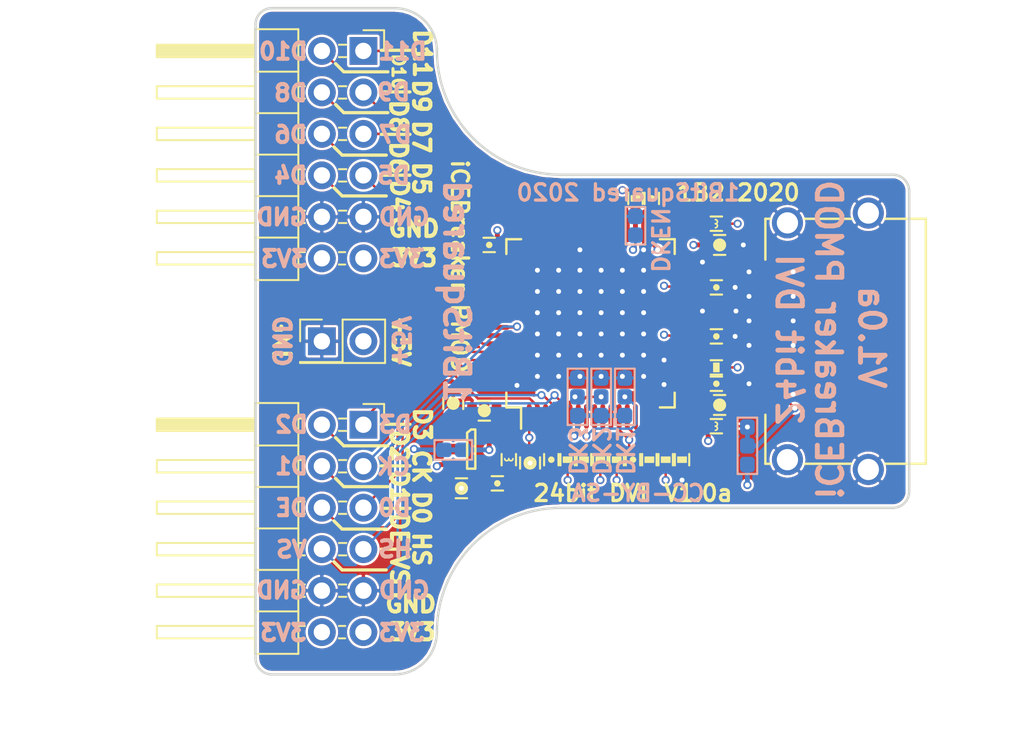
<source format=kicad_pcb>
(kicad_pcb (version 20171130) (host pcbnew 5.1.5-52549c5~84~ubuntu19.10.1)
  (title_block (title "iCEBreaker PMOD - 24bit DVI") (rev V1.0a) (company 1BitSquared) (comment 1 "(C) 2018-2020 Piotr Esden-Tempski <piotr@esden.net>") (comment 2 "(C) 2018-2020 1BitSquared <info@1bitsquared.com>") (comment 3 "License: CC-BY-SA V4.0"))
  (layers (0 F.Cu signal) (1 In1.Cu signal) (2 In2.Cu signal) (31 B.Cu signal) (34 B.Paste user) (35 F.Paste user) (36 B.SilkS user) (37 F.SilkS user) (38 B.Mask user) (39 F.Mask user) (44 Edge.Cuts user))
  (net 0 "")
  (net 1 GND)
  (net 2 +3V3)
  (net 3 +5V)
  (net 4 "Net-(C3-Pad1)")
  (net 5 /DE)
  (net 6 /VREF)
  (net 7 /HS)
  (net 8 /VS)
  (net 9 /EDGE-HTPLG)
  (net 10 /~PD)
  (net 11 /ISEL-~RST)
  (net 12 /DSEL-SDA)
  (net 13 /BSEL-SCL)
  (net 14 /CK-)
  (net 15 /CK+)
  (net 16 /TVDD)
  (net 17 /D0-)
  (net 18 /D0+)
  (net 19 /D1-)
  (net 20 /D1+)
  (net 21 /D2-)
  (net 22 /D2+)
  (net 23 /DKEN)
  (net 24 /CLK)
  (net 25 /TFADJ)
  (net 26 "Net-(J5-Pad2)")
  (net 27 /VCC)
  (net 28 /PVCC)
  (net 29 /DK3)
  (net 30 /DK2)
  (net 31 /DK1)
  (net 32 /D1)
  (net 33 /D3)
  (net 34 /D2)
  (net 35 /D5)
  (net 36 /D4)
  (net 37 /D7)
  (net 38 /D6)
  (net 39 /D9)
  (net 40 /D8)
  (net 41 /D11)
  (net 42 /D10)
  (net 43 "Net-(J6-Pad19)")
  (net 44 "Net-(J6-Pad16)")
  (net 45 "Net-(J6-Pad15)")
  (net 46 "Net-(J6-Pad14)")
  (net 47 "Net-(J6-Pad13)")
  (net 48 /D0)
  (net 49 "Net-(U2-Pad11)")
  (net 50 /3V3x)
  (module pkl_jumpers:J_0903 (layer B.Cu) (at 49.7 43.6 90)
    (fp_text reference J7)
    (fp_text value sj)
    (pad 3 smd roundrect (at 1.15 0 90) (size 0.95 0.9) (layers B.Cu B.Mask) (net 1 GND))
    (pad 2 smd roundrect (at 0 0 90) (size 0.95 0.9) (layers B.Cu B.Mask) (net 29 /DK3))
    (pad 1 smd roundrect (at -1.15 0 90) (size 0.95 0.9) (layers B.Cu B.Mask) (net 2 +3V3))
  )
  (module pkl_jumpers:J_0603 (layer B.Cu) (at 53.25 33.125 90)
    (fp_text reference J10)
    (fp_text value sj)
    (pad 2 smd roundrect (at 0.575 0 90) (size 0.95 0.9) (layers B.Cu B.Mask) (net 1 GND))
    (pad 1 smd roundrect (at -0.575 0 90) (size 0.95 0.9) (layers B.Cu B.Mask) (net 23 /DKEN))
  )
  (module pkl_jumpers:J_0903 (layer B.Cu) (at 52.6 43.6 90)
    (fp_text reference J9)
    (fp_text value sj)
    (pad 3 smd roundrect (at 1.15 0 90) (size 0.95 0.9) (layers B.Cu B.Mask) (net 1 GND))
    (pad 2 smd roundrect (at 0 0 90) (size 0.95 0.9) (layers B.Cu B.Mask) (net 31 /DK1))
    (pad 1 smd roundrect (at -1.15 0 90) (size 0.95 0.9) (layers B.Cu B.Mask) (net 2 +3V3))
  )
  (module pkl_jumpers:J_0903 (layer B.Cu) (at 51.15 43.6 90)
    (fp_text reference J8)
    (fp_text value sj)
    (pad 3 smd roundrect (at 1.15 0 90) (size 0.95 0.9) (layers B.Cu B.Mask) (net 1 GND))
    (pad 2 smd roundrect (at 0 0 90) (size 0.95 0.9) (layers B.Cu B.Mask) (net 30 /DK2))
    (pad 1 smd roundrect (at -1.15 0 90) (size 0.95 0.9) (layers B.Cu B.Mask) (net 2 +3V3))
  )
  (module pkl_dipol:C_0402 (layer F.Cu) (at 44.3 34.3 180)
    (fp_text reference C11)
    (fp_text value 100n)
    (pad 2 smd roundrect (at 0.5 0 180) (size 0.5 0.6) (layers F.Cu F.Paste F.Mask) (net 1 GND))
    (pad 1 smd roundrect (at -0.5 0 180) (size 0.5 0.6) (layers F.Cu F.Paste F.Mask) (net 28 /PVCC))
  )
  (module pkl_jumpers:J_NCNO_0903_30 (layer B.Cu) (at 60.1 46.6 270)
    (fp_text reference J5)
    (fp_text value 3v3_5v_sel)
    (fp_line (start -0.775 0) (end -0.375 0) (layer B.Cu) (width 0.3))
    (pad 1 smd roundrect (at -1.15 0 270) (size 0.95 0.9) (layers B.Cu B.Paste B.Mask) (net 2 +3V3))
    (pad 2 smd roundrect (at 0 0 270) (size 0.95 0.9) (layers B.Cu B.Paste B.Mask) (net 26 "Net-(J5-Pad2)"))
    (pad 3 smd roundrect (at 1.15 0 270) (size 0.95 0.9) (layers B.Cu B.Paste B.Mask) (net 3 +5V))
  )
  (module pkl_connectors:PMODHeader_2x06_P2.54mm_Horizontal (layer F.Cu) (at 36.6 35.12 180)
    (fp_text reference J2)
    (fp_text value PMOD)
    (pad 6 thru_hole circle (at 0 0 180) (size 1.7 1.7) (drill 1) (layers *.Cu *.Mask) (net 50 /3V3x))
    (pad 12 thru_hole oval (at 2.54 0 180) (size 1.7 1.7) (drill 1) (layers *.Cu *.Mask) (net 50 /3V3x))
    (pad 5 thru_hole oval (at 0 2.54 180) (size 1.7 1.7) (drill 1) (layers *.Cu *.Mask) (net 1 GND))
    (pad 11 thru_hole oval (at 2.54 2.54 180) (size 1.7 1.7) (drill 1) (layers *.Cu *.Mask) (net 1 GND))
    (pad 4 thru_hole oval (at 0 5.08 180) (size 1.7 1.7) (drill 1) (layers *.Cu *.Mask) (net 35 /D5))
    (pad 10 thru_hole oval (at 2.54 5.08 180) (size 1.7 1.7) (drill 1) (layers *.Cu *.Mask) (net 36 /D4))
    (pad 3 thru_hole oval (at 0 7.62 180) (size 1.7 1.7) (drill 1) (layers *.Cu *.Mask) (net 37 /D7))
    (pad 9 thru_hole oval (at 2.54 7.62 180) (size 1.7 1.7) (drill 1) (layers *.Cu *.Mask) (net 38 /D6))
    (pad 2 thru_hole oval (at 0 10.16 180) (size 1.7 1.7) (drill 1) (layers *.Cu *.Mask) (net 39 /D9))
    (pad 8 thru_hole oval (at 2.54 10.16 180) (size 1.7 1.7) (drill 1) (layers *.Cu *.Mask) (net 40 /D8))
    (pad 1 thru_hole rect (at 0 12.7 180) (size 1.7 1.7) (drill 1) (layers *.Cu *.Mask) (net 41 /D11))
    (pad 7 thru_hole circle (at 2.54 12.7 180) (size 1.7 1.7) (drill 1) (layers *.Cu *.Mask) (net 42 /D10))
  )
  (module Connector_PinHeader_2.54mm:PinHeader_2x01_P2.54mm_Vertical (layer F.Cu) (at 34.06 40.2)
    (fp_text reference J4)
    (fp_text value 5V)
    (pad 1 thru_hole rect (at 0 0) (size 1.7 1.7) (drill 1) (layers *.Cu *.Mask) (net 1 GND))
    (pad 2 thru_hole oval (at 2.54 0) (size 1.7 1.7) (drill 1) (layers *.Cu *.Mask) (net 3 +5V))
  )
  (module pkl_housings_qfp:TQFP-64-1EP_10x10mm_P0.5mm_EP5x5mm (layer F.Cu) (at 50.5 39.1 90)
    (fp_text reference U2)
    (fp_text value SII164)
    (pad 65 thru_hole circle (at -1.95 3.25 90) (size 0.5 0.5) (drill 0.3) (layers *.Cu) (net 1 GND))
    (pad 65 thru_hole circle (at -3.25 3.25 90) (size 0.5 0.5) (drill 0.3) (layers *.Cu) (net 1 GND))
    (pad 65 thru_hole circle (at 0.65 3.25 90) (size 0.5 0.5) (drill 0.3) (layers *.Cu) (net 1 GND))
    (pad 65 thru_hole circle (at -0.65 3.25 90) (size 0.5 0.5) (drill 0.3) (layers *.Cu) (net 1 GND))
    (pad 65 thru_hole circle (at 3.25 3.25 90) (size 0.5 0.5) (drill 0.3) (layers *.Cu) (net 1 GND))
    (pad 65 thru_hole circle (at 1.95 3.25 90) (size 0.5 0.5) (drill 0.3) (layers *.Cu) (net 1 GND))
    (pad 65 thru_hole circle (at -1.95 1.95 90) (size 0.5 0.5) (drill 0.3) (layers *.Cu) (net 1 GND))
    (pad 65 thru_hole circle (at -3.25 1.95 90) (size 0.5 0.5) (drill 0.3) (layers *.Cu) (net 1 GND))
    (pad 65 thru_hole circle (at 0.65 1.95 90) (size 0.5 0.5) (drill 0.3) (layers *.Cu) (net 1 GND))
    (pad 65 thru_hole circle (at -0.65 1.95 90) (size 0.5 0.5) (drill 0.3) (layers *.Cu) (net 1 GND))
    (pad 65 thru_hole circle (at 3.25 1.95 90) (size 0.5 0.5) (drill 0.3) (layers *.Cu) (net 1 GND))
    (pad 65 thru_hole circle (at 1.95 1.95 90) (size 0.5 0.5) (drill 0.3) (layers *.Cu) (net 1 GND))
    (pad 65 thru_hole circle (at -3.25 0.65 90) (size 0.5 0.5) (drill 0.3) (layers *.Cu) (net 1 GND))
    (pad 65 thru_hole circle (at 0.65 0.65 90) (size 0.5 0.5) (drill 0.3) (layers *.Cu) (net 1 GND))
    (pad 65 thru_hole circle (at -0.65 0.65 90) (size 0.5 0.5) (drill 0.3) (layers *.Cu) (net 1 GND))
    (pad 65 thru_hole circle (at 1.95 0.65 90) (size 0.5 0.5) (drill 0.3) (layers *.Cu) (net 1 GND))
    (pad 65 thru_hole circle (at -1.95 0.65 90) (size 0.5 0.5) (drill 0.3) (layers *.Cu) (net 1 GND))
    (pad 65 thru_hole circle (at 3.25 0.65 90) (size 0.5 0.5) (drill 0.3) (layers *.Cu) (net 1 GND))
    (pad 65 thru_hole circle (at -3.25 -0.65 90) (size 0.5 0.5) (drill 0.3) (layers *.Cu) (net 1 GND))
    (pad 65 thru_hole circle (at 0.65 -0.65 90) (size 0.5 0.5) (drill 0.3) (layers *.Cu) (net 1 GND))
    (pad 65 thru_hole circle (at -0.65 -0.65 90) (size 0.5 0.5) (drill 0.3) (layers *.Cu) (net 1 GND))
    (pad 65 thru_hole circle (at 1.95 -0.65 90) (size 0.5 0.5) (drill 0.3) (layers *.Cu) (net 1 GND))
    (pad 65 thru_hole circle (at -1.95 -0.65 90) (size 0.5 0.5) (drill 0.3) (layers *.Cu) (net 1 GND))
    (pad 65 thru_hole circle (at 3.25 -0.65 90) (size 0.5 0.5) (drill 0.3) (layers *.Cu) (net 1 GND))
    (pad 65 thru_hole circle (at 1.95 -1.95 90) (size 0.5 0.5) (drill 0.3) (layers *.Cu) (net 1 GND))
    (pad 65 thru_hole circle (at -1.95 -1.95 90) (size 0.5 0.5) (drill 0.3) (layers *.Cu) (net 1 GND))
    (pad 65 thru_hole circle (at 3.25 -1.95 90) (size 0.5 0.5) (drill 0.3) (layers *.Cu) (net 1 GND))
    (pad 65 thru_hole circle (at -3.25 -1.95 90) (size 0.5 0.5) (drill 0.3) (layers *.Cu) (net 1 GND))
    (pad 65 thru_hole circle (at 0.65 -1.95 90) (size 0.5 0.5) (drill 0.3) (layers *.Cu) (net 1 GND))
    (pad 65 thru_hole circle (at -0.65 -1.95 90) (size 0.5 0.5) (drill 0.3) (layers *.Cu) (net 1 GND))
    (pad 65 thru_hole circle (at 3.25 -3.25 90) (size 0.5 0.5) (drill 0.3) (layers *.Cu) (net 1 GND))
    (pad 65 thru_hole circle (at 1.95 -3.25 90) (size 0.5 0.5) (drill 0.3) (layers *.Cu) (net 1 GND))
    (pad 65 thru_hole circle (at 0.65 -3.25 90) (size 0.5 0.5) (drill 0.3) (layers *.Cu) (net 1 GND))
    (pad 65 thru_hole circle (at -0.65 -3.25 90) (size 0.5 0.5) (drill 0.3) (layers *.Cu) (net 1 GND))
    (pad 65 thru_hole circle (at -1.95 -3.25 90) (size 0.5 0.5) (drill 0.3) (layers *.Cu) (net 1 GND))
    (pad 65 thru_hole circle (at -3.25 -3.25 90) (size 0.5 0.5) (drill 0.3) (layers *.Cu) (net 1 GND))
    (pad 65 smd rect (at 0 0 90) (size 8 8) (layers F.Cu) (net 1 GND))
    (pad 64 smd oval (at -3.75 -5.7 90) (size 0.3 1.5) (layers F.Cu F.Paste F.Mask) (net 1 GND))
    (pad 63 smd oval (at -3.25 -5.7 90) (size 0.3 1.5) (layers F.Cu F.Paste F.Mask) (net 48 /D0))
    (pad 62 smd oval (at -2.75 -5.7 90) (size 0.3 1.5) (layers F.Cu F.Paste F.Mask) (net 32 /D1))
    (pad 61 smd oval (at -2.25 -5.7 90) (size 0.3 1.5) (layers F.Cu F.Paste F.Mask) (net 34 /D2))
    (pad 60 smd oval (at -1.75 -5.7 90) (size 0.3 1.5) (layers F.Cu F.Paste F.Mask) (net 33 /D3))
    (pad 59 smd oval (at -1.25 -5.7 90) (size 0.3 1.5) (layers F.Cu F.Paste F.Mask) (net 36 /D4))
    (pad 58 smd oval (at -0.75 -5.7 90) (size 0.3 1.5) (layers F.Cu F.Paste F.Mask) (net 35 /D5))
    (pad 57 smd oval (at -0.25 -5.7 90) (size 0.3 1.5) (layers F.Cu F.Paste F.Mask) (net 24 /CLK))
    (pad 56 smd oval (at 0.25 -5.7 90) (size 0.3 1.5) (layers F.Cu F.Paste F.Mask) (net 1 GND))
    (pad 55 smd oval (at 0.75 -5.7 90) (size 0.3 1.5) (layers F.Cu F.Paste F.Mask) (net 38 /D6))
    (pad 54 smd oval (at 1.25 -5.7 90) (size 0.3 1.5) (layers F.Cu F.Paste F.Mask) (net 37 /D7))
    (pad 53 smd oval (at 1.75 -5.7 90) (size 0.3 1.5) (layers F.Cu F.Paste F.Mask) (net 40 /D8))
    (pad 52 smd oval (at 2.25 -5.7 90) (size 0.3 1.5) (layers F.Cu F.Paste F.Mask) (net 39 /D9))
    (pad 51 smd oval (at 2.75 -5.7 90) (size 0.3 1.5) (layers F.Cu F.Paste F.Mask) (net 42 /D10))
    (pad 50 smd oval (at 3.25 -5.7 90) (size 0.3 1.5) (layers F.Cu F.Paste F.Mask) (net 41 /D11))
    (pad 49 smd oval (at 3.75 -5.7 90) (size 0.3 1.5) (layers F.Cu F.Paste F.Mask) (net 28 /PVCC))
    (pad 48 smd oval (at 5.7 -3.75 180) (size 0.3 1.5) (layers F.Cu F.Paste F.Mask) (net 1 GND))
    (pad 47 smd oval (at 5.7 -3.25 180) (size 0.3 1.5) (layers F.Cu F.Paste F.Mask) (net 1 GND))
    (pad 46 smd oval (at 5.7 -2.75 180) (size 0.3 1.5) (layers F.Cu F.Paste F.Mask) (net 1 GND))
    (pad 45 smd oval (at 5.7 -2.25 180) (size 0.3 1.5) (layers F.Cu F.Paste F.Mask) (net 1 GND))
    (pad 44 smd oval (at 5.7 -1.75 180) (size 0.3 1.5) (layers F.Cu F.Paste F.Mask) (net 1 GND))
    (pad 43 smd oval (at 5.7 -1.25 180) (size 0.3 1.5) (layers F.Cu F.Paste F.Mask) (net 1 GND))
    (pad 42 smd oval (at 5.7 -0.75 180) (size 0.3 1.5) (layers F.Cu F.Paste F.Mask) (net 1 GND))
    (pad 41 smd oval (at 5.7 -0.25 180) (size 0.3 1.5) (layers F.Cu F.Paste F.Mask) (net 1 GND))
    (pad 40 smd oval (at 5.7 0.25 180) (size 0.3 1.5) (layers F.Cu F.Paste F.Mask) (net 1 GND))
    (pad 39 smd oval (at 5.7 0.75 180) (size 0.3 1.5) (layers F.Cu F.Paste F.Mask) (net 1 GND))
    (pad 38 smd oval (at 5.7 1.25 180) (size 0.3 1.5) (layers F.Cu F.Paste F.Mask) (net 1 GND))
    (pad 37 smd oval (at 5.7 1.75 180) (size 0.3 1.5) (layers F.Cu F.Paste F.Mask) (net 1 GND))
    (pad 36 smd oval (at 5.7 2.25 180) (size 0.3 1.5) (layers F.Cu F.Paste F.Mask) (net 1 GND))
    (pad 35 smd oval (at 5.7 2.75 180) (size 0.3 1.5) (layers F.Cu F.Paste F.Mask) (net 23 /DKEN))
    (pad 34 smd oval (at 5.7 3.25 180) (size 0.3 1.5) (layers F.Cu F.Paste F.Mask) (net 1 GND))
    (pad 33 smd oval (at 5.7 3.75 180) (size 0.3 1.5) (layers F.Cu F.Paste F.Mask) (net 27 /VCC))
    (pad 32 smd oval (at 3.75 5.7 90) (size 0.3 1.5) (layers F.Cu F.Paste F.Mask) (net 1 GND))
    (pad 31 smd oval (at 3.25 5.7 90) (size 0.3 1.5) (layers F.Cu F.Paste F.Mask) (net 22 /D2+))
    (pad 30 smd oval (at 2.75 5.7 90) (size 0.3 1.5) (layers F.Cu F.Paste F.Mask) (net 21 /D2-))
    (pad 29 smd oval (at 2.25 5.7 90) (size 0.3 1.5) (layers F.Cu F.Paste F.Mask) (net 16 /TVDD))
    (pad 28 smd oval (at 1.75 5.7 90) (size 0.3 1.5) (layers F.Cu F.Paste F.Mask) (net 20 /D1+))
    (pad 27 smd oval (at 1.25 5.7 90) (size 0.3 1.5) (layers F.Cu F.Paste F.Mask) (net 19 /D1-))
    (pad 26 smd oval (at 0.75 5.7 90) (size 0.3 1.5) (layers F.Cu F.Paste F.Mask) (net 1 GND))
    (pad 25 smd oval (at 0.25 5.7 90) (size 0.3 1.5) (layers F.Cu F.Paste F.Mask) (net 18 /D0+))
    (pad 24 smd oval (at -0.25 5.7 90) (size 0.3 1.5) (layers F.Cu F.Paste F.Mask) (net 17 /D0-))
    (pad 23 smd oval (at -0.75 5.7 90) (size 0.3 1.5) (layers F.Cu F.Paste F.Mask) (net 16 /TVDD))
    (pad 22 smd oval (at -1.25 5.7 90) (size 0.3 1.5) (layers F.Cu F.Paste F.Mask) (net 15 /CK+))
    (pad 21 smd oval (at -1.75 5.7 90) (size 0.3 1.5) (layers F.Cu F.Paste F.Mask) (net 14 /CK-))
    (pad 20 smd oval (at -2.25 5.7 90) (size 0.3 1.5) (layers F.Cu F.Paste F.Mask) (net 1 GND))
    (pad 19 smd oval (at -2.75 5.7 90) (size 0.3 1.5) (layers F.Cu F.Paste F.Mask) (net 25 /TFADJ))
    (pad 18 smd oval (at -3.25 5.7 90) (size 0.3 1.5) (layers F.Cu F.Paste F.Mask) (net 28 /PVCC))
    (pad 17 smd oval (at -3.75 5.7 90) (size 0.3 1.5) (layers F.Cu F.Paste F.Mask) (net 1 GND))
    (pad 16 smd oval (at -5.7 3.75 180) (size 0.3 1.5) (layers F.Cu F.Paste F.Mask) (net 1 GND))
    (pad 15 smd oval (at -5.7 3.25 180) (size 0.3 1.5) (layers F.Cu F.Paste F.Mask) (net 13 /BSEL-SCL))
    (pad 14 smd oval (at -5.7 2.75 180) (size 0.3 1.5) (layers F.Cu F.Paste F.Mask) (net 12 /DSEL-SDA))
    (pad 13 smd oval (at -5.7 2.25 180) (size 0.3 1.5) (layers F.Cu F.Paste F.Mask) (net 11 /ISEL-~RST))
    (pad 12 smd oval (at -5.7 1.75 180) (size 0.3 1.5) (layers F.Cu F.Paste F.Mask) (net 27 /VCC))
    (pad 11 smd oval (at -5.7 1.25 180) (size 0.3 1.5) (layers F.Cu F.Paste F.Mask) (net 49 "Net-(U2-Pad11)"))
    (pad 10 smd oval (at -5.7 0.75 180) (size 0.3 1.5) (layers F.Cu F.Paste F.Mask) (net 10 /~PD))
    (pad 9 smd oval (at -5.7 0.25 180) (size 0.3 1.5) (layers F.Cu F.Paste F.Mask) (net 9 /EDGE-HTPLG))
    (pad 8 smd oval (at -5.7 -0.25 180) (size 0.3 1.5) (layers F.Cu F.Paste F.Mask) (net 31 /DK1))
    (pad 7 smd oval (at -5.7 -0.75 180) (size 0.3 1.5) (layers F.Cu F.Paste F.Mask) (net 30 /DK2))
    (pad 6 smd oval (at -5.7 -1.25 180) (size 0.3 1.5) (layers F.Cu F.Paste F.Mask) (net 29 /DK3))
    (pad 5 smd oval (at -5.7 -1.75 180) (size 0.3 1.5) (layers F.Cu F.Paste F.Mask) (net 8 /VS))
    (pad 4 smd oval (at -5.7 -2.25 180) (size 0.3 1.5) (layers F.Cu F.Paste F.Mask) (net 7 /HS))
    (pad 3 smd oval (at -5.7 -2.75 180) (size 0.3 1.5) (layers F.Cu F.Paste F.Mask) (net 6 /VREF))
    (pad 2 smd oval (at -5.7 -3.25 180) (size 0.3 1.5) (layers F.Cu F.Paste F.Mask) (net 5 /DE))
    (pad 1 smd oval (at -5.7 -3.75 180) (size 0.3 1.5) (layers F.Cu F.Paste F.Mask) (net 27 /VCC))
  )
  (module pkl_jumpers:J_NC_0603_30 (layer B.Cu) (at 42.1 46.85 180)
    (fp_text reference J3)
    (fp_text value jmp)
    (fp_line (start -0.2 0) (end 0.2 0) (layer B.Cu) (width 0.3))
    (pad 1 smd roundrect (at -0.575 0 180) (size 0.95 0.9) (layers B.Cu B.Paste B.Mask) (net 2 +3V3))
    (pad 2 smd roundrect (at 0.575 0 180) (size 0.95 0.9) (layers B.Cu B.Paste B.Mask) (net 50 /3V3x))
  )
  (module pkl_connectors:HDMI-10029449-111RLF (layer F.Cu) (at 62.5 40.2 90)
    (fp_text reference J6)
    (fp_text value HDMI_A_1.4 hide)
    (pad 19 smd roundrect (at -4.25 -0.95 90) (size 0.3 1.9) (layers F.Cu F.Paste F.Mask) (net 43 "Net-(J6-Pad19)"))
    (pad 1 smd roundrect (at 4.75 -0.95 90) (size 0.3 1.9) (layers F.Cu F.Paste F.Mask) (net 22 /D2+))
    (pad 18 smd roundrect (at -3.75 -0.95 90) (size 0.3 1.9) (layers F.Cu F.Paste F.Mask) (net 26 "Net-(J5-Pad2)"))
    (pad 17 smd roundrect (at -3.25 -0.95 90) (size 0.3 1.9) (layers F.Cu F.Paste F.Mask) (net 1 GND))
    (pad 16 smd roundrect (at -2.75 -0.95 90) (size 0.3 1.9) (layers F.Cu F.Paste F.Mask) (net 44 "Net-(J6-Pad16)"))
    (pad 15 smd roundrect (at -2.25 -0.95 90) (size 0.3 1.9) (layers F.Cu F.Paste F.Mask) (net 45 "Net-(J6-Pad15)"))
    (pad 14 smd roundrect (at -1.75 -0.95 90) (size 0.3 1.9) (layers F.Cu F.Paste F.Mask) (net 46 "Net-(J6-Pad14)"))
    (pad 13 smd roundrect (at -1.25 -0.95 90) (size 0.3 1.9) (layers F.Cu F.Paste F.Mask) (net 47 "Net-(J6-Pad13)"))
    (pad 12 smd roundrect (at -0.75 -0.95 90) (size 0.3 1.9) (layers F.Cu F.Paste F.Mask) (net 14 /CK-))
    (pad 11 smd roundrect (at -0.25 -0.95 90) (size 0.3 1.9) (layers F.Cu F.Paste F.Mask) (net 1 GND))
    (pad 10 smd roundrect (at 0.25 -0.95 90) (size 0.3 1.9) (layers F.Cu F.Paste F.Mask) (net 15 /CK+))
    (pad 9 smd roundrect (at 0.75 -0.95 90) (size 0.3 1.9) (layers F.Cu F.Paste F.Mask) (net 17 /D0-))
    (pad 8 smd roundrect (at 1.25 -0.95 90) (size 0.3 1.9) (layers F.Cu F.Paste F.Mask) (net 1 GND))
    (pad 7 smd roundrect (at 1.75 -0.95 90) (size 0.3 1.9) (layers F.Cu F.Paste F.Mask) (net 18 /D0+))
    (pad 6 smd roundrect (at 2.25 -0.95 90) (size 0.3 1.9) (layers F.Cu F.Paste F.Mask) (net 19 /D1-))
    (pad 5 smd roundrect (at 2.75 -0.95 90) (size 0.3 1.9) (layers F.Cu F.Paste F.Mask) (net 1 GND))
    (pad 4 smd roundrect (at 3.25 -0.95 90) (size 0.3 1.9) (layers F.Cu F.Paste F.Mask) (net 20 /D1+))
    (pad 3 smd roundrect (at 3.75 -0.95 90) (size 0.3 1.9) (layers F.Cu F.Paste F.Mask) (net 21 /D2-))
    (pad 2 smd roundrect (at 4.25 -0.95 90) (size 0.3 1.9) (layers F.Cu F.Paste F.Mask) (net 1 GND))
    (pad SH thru_hole circle (at -7.25 0.05 90) (size 1.9 1.9) (drill 1.3) (layers *.Cu *.Mask) (net 1 GND))
    (pad SH thru_hole circle (at 7.25 0.05 90) (size 1.9 1.9) (drill 1.3) (layers *.Cu *.Mask) (net 1 GND))
    (pad SH thru_hole circle (at 7.85 5 90) (size 1.9 1.9) (drill 1.3) (layers *.Cu *.Mask) (net 1 GND))
    (pad SH thru_hole circle (at -7.85 5 90) (size 1.9 1.9) (drill 1.3) (layers *.Cu *.Mask) (net 1 GND))
  )
  (module pkl_dipol:C_0402 (layer F.Cu) (at 54.25 31.45 90)
    (fp_text reference C6)
    (fp_text value 100n)
    (pad 2 smd roundrect (at 0.5 0 90) (size 0.5 0.6) (layers F.Cu F.Paste F.Mask) (net 1 GND))
    (pad 1 smd roundrect (at -0.5 0 90) (size 0.5 0.6) (layers F.Cu F.Paste F.Mask) (net 27 /VCC))
  )
  (module pkl_dipol:C_0402 (layer F.Cu) (at 58.2 39.9)
    (fp_text reference C7)
    (fp_text value 100n)
    (pad 1 smd roundrect (at -0.5 0) (size 0.5 0.6) (layers F.Cu F.Paste F.Mask) (net 16 /TVDD))
    (pad 2 smd roundrect (at 0.5 0) (size 0.5 0.6) (layers F.Cu F.Paste F.Mask) (net 1 GND))
  )
  (module pkl_dipol:C_0402 (layer F.Cu) (at 48.1 47.45 270)
    (fp_text reference C8)
    (fp_text value 100n)
    (pad 2 smd roundrect (at 0.5 0 270) (size 0.5 0.6) (layers F.Cu F.Paste F.Mask) (net 1 GND))
    (pad 1 smd roundrect (at -0.5 0 270) (size 0.5 0.6) (layers F.Cu F.Paste F.Mask) (net 27 /VCC))
  )
  (module pkl_dipol:C_0402 (layer F.Cu) (at 58.2 42.8)
    (fp_text reference C9)
    (fp_text value 100n)
    (pad 1 smd roundrect (at -0.5 0) (size 0.5 0.6) (layers F.Cu F.Paste F.Mask) (net 28 /PVCC))
    (pad 2 smd roundrect (at 0.5 0) (size 0.5 0.6) (layers F.Cu F.Paste F.Mask) (net 1 GND))
  )
  (module pkl_dipol:C_0402 (layer F.Cu) (at 58.2 36.9)
    (fp_text reference C10)
    (fp_text value 100n)
    (pad 2 smd roundrect (at 0.5 0) (size 0.5 0.6) (layers F.Cu F.Paste F.Mask) (net 1 GND))
    (pad 1 smd roundrect (at -0.5 0) (size 0.5 0.6) (layers F.Cu F.Paste F.Mask) (net 16 /TVDD))
  )
  (module pkl_dipol:C_0402 (layer F.Cu) (at 53.1 47.45 270)
    (fp_text reference C5)
    (fp_text value 100n)
    (pad 2 smd roundrect (at 0.5 0 270) (size 0.5 0.6) (layers F.Cu F.Paste F.Mask) (net 1 GND))
    (pad 1 smd roundrect (at -0.5 0 270) (size 0.5 0.6) (layers F.Cu F.Paste F.Mask) (net 27 /VCC))
  )
  (module pkl_dipol:C_0402 (layer F.Cu) (at 44.8 48.9)
    (fp_text reference C3)
    (fp_text value 470p)
    (pad 1 smd roundrect (at -0.5 0) (size 0.5 0.6) (layers F.Cu F.Paste F.Mask) (net 4 "Net-(C3-Pad1)"))
    (pad 2 smd roundrect (at 0.5 0) (size 0.5 0.6) (layers F.Cu F.Paste F.Mask) (net 1 GND))
  )
  (module pkl_dipol:C_0603 (layer F.Cu) (at 46.8 47.65 270)
    (fp_text reference C14)
    (fp_text value 10u)
    (pad 2 smd roundrect (at 0.75 0 270) (size 0.6 0.9) (layers F.Cu F.Paste F.Mask) (net 1 GND))
    (pad 1 smd roundrect (at -0.75 0 270) (size 0.6 0.9) (layers F.Cu F.Paste F.Mask) (net 27 /VCC))
  )
  (module pkl_dipol:C_0603 (layer F.Cu) (at 58.4 34.3)
    (fp_text reference C16)
    (fp_text value 10u)
    (pad 1 smd roundrect (at -0.75 0) (size 0.6 0.9) (layers F.Cu F.Paste F.Mask) (net 16 /TVDD))
    (pad 2 smd roundrect (at 0.75 0) (size 0.6 0.9) (layers F.Cu F.Paste F.Mask) (net 1 GND))
  )
  (module pkl_dipol:C_0603 (layer F.Cu) (at 58.4 44.1)
    (fp_text reference C15)
    (fp_text value 10u)
    (pad 2 smd roundrect (at 0.75 0) (size 0.6 0.9) (layers F.Cu F.Paste F.Mask) (net 1 GND))
    (pad 1 smd roundrect (at -0.75 0) (size 0.6 0.9) (layers F.Cu F.Paste F.Mask) (net 28 /PVCC))
  )
  (module pkl_dipol:C_0603 (layer F.Cu) (at 42.1 44 90)
    (fp_text reference C2)
    (fp_text value 4u7)
    (pad 1 smd roundrect (at -0.75 0 90) (size 0.6 0.9) (layers F.Cu F.Paste F.Mask) (net 3 +5V))
    (pad 2 smd roundrect (at 0.75 0 90) (size 0.6 0.9) (layers F.Cu F.Paste F.Mask) (net 1 GND))
  )
  (module pkl_dipol:C_0603 (layer F.Cu) (at 42.6 49.2)
    (fp_text reference C1)
    (fp_text value 10u)
    (pad 2 smd roundrect (at 0.75 0) (size 0.6 0.9) (layers F.Cu F.Paste F.Mask) (net 1 GND))
    (pad 1 smd roundrect (at -0.75 0) (size 0.6 0.9) (layers F.Cu F.Paste F.Mask) (net 2 +3V3))
  )
  (module pkl_dipol:C_0603 (layer F.Cu) (at 44 44.45 180)
    (fp_text reference C4)
    (fp_text value 4u7)
    (pad 1 smd roundrect (at -0.75 0 180) (size 0.6 0.9) (layers F.Cu F.Paste F.Mask) (net 2 +3V3))
    (pad 2 smd roundrect (at 0.75 0 180) (size 0.6 0.9) (layers F.Cu F.Paste F.Mask) (net 1 GND))
  )
  (module pkl_dipol:L_0402 (layer F.Cu) (at 58.2 33 180)
    (fp_text reference L3)
    (fp_text value 600)
    (pad 1 smd roundrect (at -0.5 0 180) (size 0.5 0.6) (layers F.Cu F.Paste F.Mask) (net 2 +3V3))
    (pad 2 smd roundrect (at 0.5 0 180) (size 0.5 0.6) (layers F.Cu F.Paste F.Mask) (net 16 /TVDD))
  )
  (module pkl_dipol:L_0402 (layer F.Cu) (at 45.5 47.45 90)
    (fp_text reference L1)
    (fp_text value 600)
    (pad 2 smd roundrect (at 0.5 0 90) (size 0.5 0.6) (layers F.Cu F.Paste F.Mask) (net 27 /VCC))
    (pad 1 smd roundrect (at -0.5 0 90) (size 0.5 0.6) (layers F.Cu F.Paste F.Mask) (net 2 +3V3))
  )
  (module pkl_dipol:L_0402 (layer F.Cu) (at 58.2 45.4 180)
    (fp_text reference L2)
    (fp_text value 600)
    (pad 1 smd roundrect (at -0.5 0 180) (size 0.5 0.6) (layers F.Cu F.Paste F.Mask) (net 2 +3V3))
    (pad 2 smd roundrect (at 0.5 0 180) (size 0.5 0.6) (layers F.Cu F.Paste F.Mask) (net 28 /PVCC))
  )
  (module pkl_dipol:R_0402 (layer F.Cu) (at 58.2 41.8 180)
    (fp_text reference R9)
    (fp_text value 510E)
    (pad 1 smd roundrect (at -0.5 0 180) (size 0.5 0.6) (layers F.Cu F.Paste F.Mask) (net 2 +3V3))
    (pad 2 smd roundrect (at 0.5 0 180) (size 0.5 0.6) (layers F.Cu F.Paste F.Mask) (net 25 /TFADJ))
  )
  (module pkl_dipol:R_0402 (layer F.Cu) (at 55.1 47.45 270)
    (fp_text reference R8)
    (fp_text value 10k)
    (pad 2 smd roundrect (at 0.5 0 270) (size 0.5 0.6) (layers F.Cu F.Paste F.Mask) (net 2 +3V3))
    (pad 1 smd roundrect (at -0.5 0 270) (size 0.5 0.6) (layers F.Cu F.Paste F.Mask) (net 12 /DSEL-SDA))
  )
  (module pkl_dipol:R_0402 (layer F.Cu) (at 54.1 47.45 270)
    (fp_text reference R7)
    (fp_text value 10k)
    (pad 1 smd roundrect (at -0.5 0 270) (size 0.5 0.6) (layers F.Cu F.Paste F.Mask) (net 11 /ISEL-~RST))
    (pad 2 smd roundrect (at 0.5 0 270) (size 0.5 0.6) (layers F.Cu F.Paste F.Mask) (net 1 GND))
  )
  (module pkl_dipol:R_0402 (layer F.Cu) (at 50.1 47.45 270)
    (fp_text reference R6)
    (fp_text value DNP)
    (pad 2 smd roundrect (at 0.5 0 270) (size 0.5 0.6) (layers F.Cu F.Paste F.Mask) (net 1 GND))
    (pad 1 smd roundrect (at -0.5 0 270) (size 0.5 0.6) (layers F.Cu F.Paste F.Mask) (net 6 /VREF))
  )
  (module pkl_dipol:R_0402 (layer F.Cu) (at 49.1 47.45 90)
    (fp_text reference R5)
    (fp_text value 33k)
    (pad 1 smd roundrect (at -0.5 0 90) (size 0.5 0.6) (layers F.Cu F.Paste F.Mask) (net 2 +3V3))
    (pad 2 smd roundrect (at 0.5 0 90) (size 0.5 0.6) (layers F.Cu F.Paste F.Mask) (net 6 /VREF))
  )
  (module pkl_dipol:R_0402 (layer F.Cu) (at 56.1 47.45 90)
    (fp_text reference R1)
    (fp_text value 10k)
    (pad 2 smd roundrect (at 0.5 0 90) (size 0.5 0.6) (layers F.Cu F.Paste F.Mask) (net 13 /BSEL-SCL))
    (pad 1 smd roundrect (at -0.5 0 90) (size 0.5 0.6) (layers F.Cu F.Paste F.Mask) (net 1 GND))
  )
  (module pkl_dipol:R_0402 (layer F.Cu) (at 52.1 47.45 90)
    (fp_text reference R2)
    (fp_text value 10k)
    (pad 1 smd roundrect (at -0.5 0 90) (size 0.5 0.6) (layers F.Cu F.Paste F.Mask) (net 2 +3V3))
    (pad 2 smd roundrect (at 0.5 0 90) (size 0.5 0.6) (layers F.Cu F.Paste F.Mask) (net 10 /~PD))
  )
  (module pkl_dipol:R_0402 (layer F.Cu) (at 53.25 31.45 270)
    (fp_text reference R3)
    (fp_text value 10k)
    (pad 2 smd roundrect (at 0.5 0 270) (size 0.5 0.6) (layers F.Cu F.Paste F.Mask) (net 23 /DKEN))
    (pad 1 smd roundrect (at -0.5 0 270) (size 0.5 0.6) (layers F.Cu F.Paste F.Mask) (net 2 +3V3))
  )
  (module pkl_dipol:R_0402 (layer F.Cu) (at 51.1 47.45 90)
    (fp_text reference R4)
    (fp_text value 10k)
    (pad 1 smd roundrect (at -0.5 0 90) (size 0.5 0.6) (layers F.Cu F.Paste F.Mask) (net 2 +3V3))
    (pad 2 smd roundrect (at 0.5 0 90) (size 0.5 0.6) (layers F.Cu F.Paste F.Mask) (net 9 /EDGE-HTPLG))
  )
  (module pkl_housings_sot:SOT-23-5 (layer F.Cu) (at 43.2 46.799999 180)
    (fp_text reference U1)
    (fp_text value VREG_3V3)
    (pad 1 smd roundrect (at 1.1 0.95) (size 1.06 0.65) (layers F.Cu F.Paste F.Mask) (net 3 +5V))
    (pad 2 smd roundrect (at 1.1 0) (size 1.06 0.65) (layers F.Cu F.Paste F.Mask) (net 1 GND))
    (pad 3 smd roundrect (at 1.1 -0.95) (size 1.06 0.65) (layers F.Cu F.Paste F.Mask) (net 3 +5V))
    (pad 4 smd roundrect (at -1.1 -0.95) (size 1.06 0.65) (layers F.Cu F.Paste F.Mask) (net 4 "Net-(C3-Pad1)"))
    (pad 5 smd roundrect (at -1.1 0.95) (size 1.06 0.65) (layers F.Cu F.Paste F.Mask) (net 2 +3V3))
  )
  (module pkl_connectors:PMODHeader_2x06_P2.54mm_Horizontal (layer F.Cu) (at 36.6 58.01 180)
    (fp_text reference J1)
    (fp_text value PMOD)
    (pad 6 thru_hole circle (at 0 0 180) (size 1.7 1.7) (drill 1) (layers *.Cu *.Mask) (net 50 /3V3x))
    (pad 12 thru_hole oval (at 2.54 0 180) (size 1.7 1.7) (drill 1) (layers *.Cu *.Mask) (net 50 /3V3x))
    (pad 5 thru_hole oval (at 0 2.54 180) (size 1.7 1.7) (drill 1) (layers *.Cu *.Mask) (net 1 GND))
    (pad 11 thru_hole oval (at 2.54 2.54 180) (size 1.7 1.7) (drill 1) (layers *.Cu *.Mask) (net 1 GND))
    (pad 4 thru_hole oval (at 0 5.08 180) (size 1.7 1.7) (drill 1) (layers *.Cu *.Mask) (net 7 /HS))
    (pad 10 thru_hole oval (at 2.54 5.08 180) (size 1.7 1.7) (drill 1) (layers *.Cu *.Mask) (net 8 /VS))
    (pad 3 thru_hole oval (at 0 7.62 180) (size 1.7 1.7) (drill 1) (layers *.Cu *.Mask) (net 48 /D0))
    (pad 9 thru_hole oval (at 2.54 7.62 180) (size 1.7 1.7) (drill 1) (layers *.Cu *.Mask) (net 5 /DE))
    (pad 2 thru_hole oval (at 0 10.16 180) (size 1.7 1.7) (drill 1) (layers *.Cu *.Mask) (net 24 /CLK))
    (pad 8 thru_hole oval (at 2.54 10.16 180) (size 1.7 1.7) (drill 1) (layers *.Cu *.Mask) (net 32 /D1))
    (pad 1 thru_hole rect (at 0 12.7 180) (size 1.7 1.7) (drill 1) (layers *.Cu *.Mask) (net 33 /D3))
    (pad 7 thru_hole circle (at 2.54 12.7 180) (size 1.7 1.7) (drill 1) (layers *.Cu *.Mask) (net 34 /D2))
  )
  (gr_text DK3 (at 49.7 46.9 270) (layer B.SilkS) (effects (font (size 1 1) (thickness 0.2)) (justify mirror)))
  (gr_text DK2 (at 51.15 46.9 270) (layer B.SilkS) (effects (font (size 1 1) (thickness 0.2)) (justify mirror)))
  (gr_text DK1 (at 52.6 46.9 270) (layer B.SilkS) (effects (font (size 1 1) (thickness 0.2)) (justify mirror)))
  (gr_text DKEN (at 54.75 34 270) (layer B.SilkS) (effects (font (size 1 1) (thickness 0.2)) (justify mirror)))
  (gr_text 1BitSquared (at 42.3 37.15 270) (layer B.SilkS) (effects (font (size 1.5 1.5) (thickness 0.3)) (justify mirror)))
  (gr_text +5V (at 38.9 40.2 270) (layer B.SilkS) (effects (font (size 1 1) (thickness 0.25)) (justify mirror)))
  (gr_text GND (at 31.6 40.2 270) (layer B.SilkS) (effects (font (size 1 1) (thickness 0.25)) (justify mirror)))
  (gr_text GND (at 31.6 40.2 270) (layer F.SilkS) (effects (font (size 1 1) (thickness 0.25))))
  (gr_text GND (at 31.6 55.45) (layer B.SilkS) (effects (font (size 1 1) (thickness 0.25)) (justify mirror)))
  (gr_text 3V3 (at 31.7 58.05) (layer B.SilkS) (effects (font (size 1 1) (thickness 0.25)) (justify mirror)))
  (gr_text GND (at 31.6 32.6) (layer B.SilkS) (effects (font (size 1 1) (thickness 0.25)) (justify mirror)))
  (gr_text 3V3 (at 31.75 35.15) (layer B.SilkS) (effects (font (size 1 1) (thickness 0.25)) (justify mirror)))
  (gr_text D11 (at 39 22.45) (layer B.SilkS) (effects (font (size 1 1) (thickness 0.25)) (justify mirror)))
  (gr_text D10 (at 31.7 22.45) (layer B.SilkS) (effects (font (size 1 1) (thickness 0.25)) (justify mirror)))
  (gr_text D9 (at 38.45 24.95) (layer B.SilkS) (effects (font (size 1 1) (thickness 0.25)) (justify mirror)))
  (gr_text D8 (at 32.15 25) (layer B.SilkS) (effects (font (size 1 1) (thickness 0.25)) (justify mirror)))
  (gr_text D7 (at 38.55 27.55) (layer B.SilkS) (effects (font (size 1 1) (thickness 0.25)) (justify mirror)))
  (gr_text D6 (at 32.15 27.55) (layer B.SilkS) (effects (font (size 1 1) (thickness 0.25)) (justify mirror)))
  (gr_text D5 (at 38.45 30.05) (layer B.SilkS) (effects (font (size 1 1) (thickness 0.25)) (justify mirror)))
  (gr_text D4 (at 32.15 30.05) (layer B.SilkS) (effects (font (size 1 1) (thickness 0.25)) (justify mirror)))
  (gr_text 3V3 (at 38.95 35.15) (layer B.SilkS) (effects (font (size 1 1) (thickness 0.25)) (justify mirror)))
  (gr_text GND (at 39.1 32.6) (layer B.SilkS) (effects (font (size 1 1) (thickness 0.25)) (justify mirror)))
  (gr_line (start 35.3 31.3) (end 38 31.3) (layer F.SilkS) (width 0.2))
  (gr_line (start 37.7 22.38) (end 39.45 22.38) (layer F.SilkS) (width 0.2))
  (gr_line (start 34.9 25.7) (end 35.4 26.2) (layer F.SilkS) (width 0.2))
  (gr_line (start 35.4 23.7) (end 38.1 23.7) (layer F.SilkS) (width 0.2))
  (gr_line (start 37.7 30.03) (end 39.45 30.03) (layer F.SilkS) (width 0.2))
  (gr_line (start 34.8 30.8) (end 35.3 31.3) (layer F.SilkS) (width 0.2))
  (gr_line (start 35.4 26.2) (end 38.1 26.2) (layer F.SilkS) (width 0.2))
  (gr_line (start 37.7 27.53) (end 39.45 27.53) (layer F.SilkS) (width 0.2))
  (gr_line (start 37.7 24.93) (end 39.45 24.93) (layer F.SilkS) (width 0.2))
  (gr_line (start 34.9 23.2) (end 35.4 23.7) (layer F.SilkS) (width 0.2))
  (gr_line (start 35.3 28.8) (end 38 28.8) (layer F.SilkS) (width 0.2))
  (gr_line (start 34.8 28.3) (end 35.3 28.8) (layer F.SilkS) (width 0.2))
  (gr_line (start 35.3 54.2) (end 38 54.2) (layer F.SilkS) (width 0.2))
  (gr_line (start 34.8 53.7) (end 35.3 54.2) (layer F.SilkS) (width 0.2))
  (gr_text D4 (at 38.8 31.3 270) (layer F.SilkS) (effects (font (size 1 1) (thickness 0.25))))
  (gr_text 3V3 (at 39.7 35.1) (layer F.SilkS) (effects (font (size 1 1) (thickness 0.25))))
  (gr_text GND (at 39.7 33.3) (layer F.SilkS) (effects (font (size 1 1) (thickness 0.25))))
  (gr_text D11 (at 40.2 22.58 270) (layer F.SilkS) (effects (font (size 1 1) (thickness 0.25))))
  (gr_text D10 (at 38.75 23.7 270) (layer F.SilkS) (effects (font (size 0.75 0.75) (thickness 0.1875))))
  (gr_text D9 (at 40.15 25.18 270) (layer F.SilkS) (effects (font (size 1 1) (thickness 0.25))))
  (gr_text D8 (at 38.75 26.43 270) (layer F.SilkS) (effects (font (size 1 1) (thickness 0.25))))
  (gr_text D6 (at 38.75 28.98 270) (layer F.SilkS) (effects (font (size 1 1) (thickness 0.25))))
  (gr_text D7 (at 40.15 27.68 270) (layer F.SilkS) (effects (font (size 1 1) (thickness 0.25))))
  (gr_text D5 (at 40.15 30.23 270) (layer F.SilkS) (effects (font (size 1 1) (thickness 0.25))))
  (gr_text 3V3 (at 38.95 58.05) (layer B.SilkS) (effects (font (size 1 1) (thickness 0.25)) (justify mirror)))
  (gr_text 3V3 (at 39.6 58) (layer F.SilkS) (effects (font (size 1 1) (thickness 0.25))))
  (gr_text GND (at 39.5 56.3) (layer F.SilkS) (effects (font (size 1 1) (thickness 0.25))))
  (gr_text GND (at 39.1 55.45) (layer B.SilkS) (effects (font (size 1 1) (thickness 0.25)) (justify mirror)))
  (gr_text +5V (at 38.9 40.2 270) (layer F.SilkS) (effects (font (size 1 1) (thickness 0.25))))
  (gr_arc (start 48.7 22.4) (end 41.1 22.4) (angle -90) (layer Edge.Cuts) (width 0.15))
  (gr_arc (start 38.5 22.4) (end 41.1 22.4) (angle -90) (layer Edge.Cuts) (width 0.15))
  (gr_line (start 31 19.8) (end 38.5 19.8) (layer Edge.Cuts) (width 0.15))
  (gr_arc (start 48.7 58) (end 48.7 50.4) (angle -90) (layer Edge.Cuts) (width 0.15))
  (gr_arc (start 38.5 58) (end 38.5 60.6) (angle -90) (layer Edge.Cuts) (width 0.15))
  (gr_line (start 31 60.6) (end 38.5 60.6) (layer Edge.Cuts) (width 0.15))
  (gr_text "1BitSquared 2020" (at 52.8 31.1) (layer B.SilkS) (effects (font (size 1 1) (thickness 0.2)) (justify mirror)))
  (gr_text CC-BY-SA (at 53.4 49.5) (layer B.SilkS) (effects (font (size 1 1) (thickness 0.2)) (justify mirror)))
  (gr_text "1B2 2020" (at 59.55 31.1) (layer F.SilkS) (effects (font (size 1 1) (thickness 0.2))))
  (gr_text D2 (at 32.2 45.3) (layer B.SilkS) (effects (font (size 1 1) (thickness 0.25)) (justify mirror)))
  (gr_text D3 (at 38.55 45.3) (layer B.SilkS) (effects (font (size 1 1) (thickness 0.25)) (justify mirror)))
  (gr_text D1 (at 32.2 47.85) (layer B.SilkS) (effects (font (size 1 1) (thickness 0.25)) (justify mirror)))
  (gr_text CK (at 38.45 47.88) (layer B.SilkS) (effects (font (size 1 1) (thickness 0.25)) (justify mirror)))
  (gr_text DE (at 32.2 50.4) (layer B.SilkS) (effects (font (size 1 1) (thickness 0.25)) (justify mirror)))
  (gr_text D0 (at 38.5 50.4) (layer B.SilkS) (effects (font (size 1 1) (thickness 0.25)) (justify mirror)))
  (gr_text VS (at 32.2 52.95) (layer B.SilkS) (effects (font (size 1 1) (thickness 0.25)) (justify mirror)))
  (gr_text HS (at 38.55 52.93) (layer B.SilkS) (effects (font (size 1 1) (thickness 0.25)) (justify mirror)))
  (gr_line (start 37.7 52.93) (end 39.45 52.93) (layer F.SilkS) (width 0.2))
  (gr_line (start 35.3 51.7) (end 38 51.7) (layer F.SilkS) (width 0.2))
  (gr_line (start 34.8 51.2) (end 35.3 51.7) (layer F.SilkS) (width 0.2))
  (gr_line (start 37.7 50.43) (end 39.45 50.43) (layer F.SilkS) (width 0.2))
  (gr_line (start 35.4 49.1) (end 38.1 49.1) (layer F.SilkS) (width 0.2))
  (gr_line (start 34.9 48.6) (end 35.4 49.1) (layer F.SilkS) (width 0.2))
  (gr_line (start 37.7 47.83) (end 39.45 47.83) (layer F.SilkS) (width 0.2))
  (gr_line (start 35.4 46.6) (end 38.1 46.6) (layer F.SilkS) (width 0.2))
  (gr_line (start 34.9 46.1) (end 35.4 46.6) (layer F.SilkS) (width 0.2))
  (gr_line (start 37.7 45.28) (end 39.45 45.28) (layer F.SilkS) (width 0.2))
  (gr_text HS (at 40.15 52.93 270) (layer F.SilkS) (effects (font (size 1 1) (thickness 0.25))))
  (gr_text D0 (at 40.15 50.38 270) (layer F.SilkS) (effects (font (size 1 1) (thickness 0.25))))
  (gr_text VS (at 38.8 54.2 270) (layer F.SilkS) (effects (font (size 1 1) (thickness 0.25))))
  (gr_text DE (at 38.8 51.7 270) (layer F.SilkS) (effects (font (size 1 1) (thickness 0.25))))
  (gr_text CK (at 40.15 47.88 270) (layer F.SilkS) (effects (font (size 1 1) (thickness 0.25))))
  (gr_text D1 (at 38.8 49.1 270) (layer F.SilkS) (effects (font (size 1 1) (thickness 0.25))))
  (gr_text D3 (at 40.2 45.28 270) (layer F.SilkS) (effects (font (size 1 1) (thickness 0.25))))
  (gr_text D2 (at 38.8 46.6 270) (layer F.SilkS) (effects (font (size 1 1) (thickness 0.25))))
  (gr_text "iCEBreaker PMOD" (at 42.5 35.6 270) (layer F.SilkS) (effects (font (size 1 1) (thickness 0.2))))
  (gr_line (start 69 50.4) (end 48.7 50.4) (layer Edge.Cuts) (width 0.15))
  (gr_arc (start 31 59.6) (end 30 59.6) (angle -90) (layer Edge.Cuts) (width 0.15))
  (gr_arc (start 69 49.4) (end 69 50.4) (angle -90) (layer Edge.Cuts) (width 0.15))
  (gr_text "24bit DVI" (at 50.5 49.5) (layer F.SilkS) (effects (font (size 1 1) (thickness 0.2))))
  (gr_text V1.0a (at 57.1 49.5) (layer F.SilkS) (effects (font (size 1 1) (thickness 0.2))))
  (gr_text V1.0a (at 67.7 39.95 270) (layer B.SilkS) (effects (font (size 1.5 1.5) (thickness 0.3)) (justify mirror)))
  (gr_text "iCEBreaker PMOD\n24bit DVI" (at 63.85 40.1 270) (layer B.SilkS) (effects (font (size 1.5 1.5) (thickness 0.3)) (justify mirror)))
  (gr_arc (start 69 31) (end 70 31) (angle -90) (layer Edge.Cuts) (width 0.15))
  (gr_arc (start 31 20.8) (end 31 19.8) (angle -90) (layer Edge.Cuts) (width 0.15))
  (gr_line (start 30 59.6) (end 30 20.8) (layer Edge.Cuts) (width 0.15))
  (gr_line (start 70 31) (end 70 49.4) (layer Edge.Cuts) (width 0.15))
  (gr_line (start 48.7 30) (end 69 30) (layer Edge.Cuts) (width 0.15))
  (via (at 49.85 34.6) (size 0.5) (drill 0.3) (layers F.Cu B.Cu) (net 1))
  (via (at 53.75 34.6) (size 0.5) (drill 0.3) (layers F.Cu B.Cu) (net 1))
  (via (at 60.2 37.45) (size 0.5) (drill 0.3) (layers F.Cu B.Cu) (net 1))
  (via (at 60.2 35.95) (size 0.5) (drill 0.3) (layers F.Cu B.Cu) (net 1))
  (via (at 60.2 38.95) (size 0.5) (drill 0.3) (layers F.Cu B.Cu) (net 1))
  (via (at 60.2 40.45) (size 0.5) (drill 0.3) (layers F.Cu B.Cu) (net 1))
  (via (at 60.2 42.8) (size 0.5) (drill 0.3) (layers F.Cu B.Cu) (net 1))
  (via (at 62.9 40.45) (size 0.5) (drill 0.3) (layers F.Cu B.Cu) (net 1))
  (via (at 62.9 38.95) (size 0.5) (drill 0.3) (layers F.Cu B.Cu) (net 1))
  (via (at 62.9 37.45) (size 0.5) (drill 0.3) (layers F.Cu B.Cu) (net 1))
  (via (at 62.9 35.95) (size 0.5) (drill 0.3) (layers F.Cu B.Cu) (net 1))
  (via (at 62.9 43.45) (size 0.5) (drill 0.3) (layers F.Cu B.Cu) (net 1))
  (segment (start 60.2 43.153553) (end 60.2 42.8) (width 0.15) (layer F.Cu) (net 1))
  (segment (start 60.496447 43.45) (end 60.2 43.153553) (width 0.15) (layer F.Cu) (net 1))
  (segment (start 61.55 43.45) (end 60.496447 43.45) (width 0.15) (layer F.Cu) (net 1))
  (via (at 57.35 38.35) (size 0.5) (drill 0.3) (layers F.Cu B.Cu) (net 1))
  (via (at 57.35 35.35) (size 0.5) (drill 0.3) (layers F.Cu B.Cu) (net 1))
  (via (at 55 41.35) (size 0.5) (drill 0.3) (layers F.Cu B.Cu) (net 1))
  (via (at 55 42.85) (size 0.5) (drill 0.3) (layers F.Cu B.Cu) (net 1))
  (via (at 59.35 39.9) (size 0.5) (drill 0.3) (layers F.Cu B.Cu) (net 1))
  (via (at 59.35 36.9) (size 0.5) (drill 0.3) (layers F.Cu B.Cu) (net 1))
  (via (at 59.85 34.3) (size 0.5) (drill 0.3) (layers F.Cu B.Cu) (net 1))
  (via (at 59.4 38.35) (size 0.5) (drill 0.3) (layers F.Cu B.Cu) (net 1))
  (via (at 44.3 46.85) (size 0.5) (drill 0.3) (layers F.Cu B.Cu) (net 2))
  (segment (start 42.675 46.85) (end 44.3 46.85) (width 0.3) (layer B.Cu) (net 2))
  (segment (start 44.3 46.85) (end 44.3 45.849999) (width 0.3) (layer F.Cu) (net 2))
  (segment (start 44.75 45.399999) (end 44.3 45.849999) (width 0.3) (layer F.Cu) (net 2))
  (segment (start 44.75 44.45) (end 44.75 45.399999) (width 0.3) (layer F.Cu) (net 2))
  (via (at 42.6 49.2) (size 0.5) (drill 0.3) (layers F.Cu B.Cu) (net 2))
  (segment (start 41.85 49.2) (end 42.6 49.2) (width 0.3) (layer F.Cu) (net 2))
  (via (at 49.1 48.7) (size 0.5) (drill 0.3) (layers F.Cu B.Cu) (net 2))
  (segment (start 49.1 47.95) (end 49.1 48.7) (width 0.15) (layer F.Cu) (net 2))
  (via (at 51.1 48.7) (size 0.5) (drill 0.3) (layers F.Cu B.Cu) (net 2))
  (segment (start 51.1 47.95) (end 51.1 48.7) (width 0.15) (layer F.Cu) (net 2))
  (via (at 52.1 48.7) (size 0.5) (drill 0.3) (layers F.Cu B.Cu) (net 2))
  (segment (start 52.1 47.95) (end 52.1 48.7) (width 0.15) (layer F.Cu) (net 2))
  (via (at 56.1 48.7) (size 0.5) (drill 0.3) (layers F.Cu B.Cu) (net 1))
  (via (at 46 42.9) (size 0.5) (drill 0.3) (layers F.Cu B.Cu) (net 1))
  (segment (start 47.25 33.4) (end 47.25 32.3) (width 0.15) (layer F.Cu) (net 1))
  (segment (start 46.75 33.4) (end 46.75 32.3) (width 0.15) (layer F.Cu) (net 1))
  (segment (start 47.75 33.4) (end 47.75 32.3) (width 0.15) (layer F.Cu) (net 1))
  (segment (start 48.25 33.4) (end 48.25 32.3) (width 0.15) (layer F.Cu) (net 1))
  (segment (start 48.75 33.4) (end 48.75 32.3) (width 0.15) (layer F.Cu) (net 1))
  (segment (start 49.25 33.4) (end 49.25 32.3) (width 0.15) (layer F.Cu) (net 1))
  (segment (start 49.75 33.4) (end 49.75 32.3) (width 0.15) (layer F.Cu) (net 1))
  (segment (start 50.25 33.4) (end 50.25 32.3) (width 0.15) (layer F.Cu) (net 1))
  (segment (start 50.75 33.4) (end 50.75 32.3) (width 0.15) (layer F.Cu) (net 1))
  (segment (start 51.25 33.4) (end 51.25 32.3) (width 0.15) (layer F.Cu) (net 1))
  (segment (start 51.75 33.4) (end 51.75 32.3) (width 0.15) (layer F.Cu) (net 1))
  (segment (start 52.25 33.4) (end 52.25 32.3) (width 0.15) (layer F.Cu) (net 1))
  (segment (start 52.75 33.4) (end 52.75 32.3) (width 0.15) (layer F.Cu) (net 1))
  (segment (start 45.5 47.95) (end 45.8 47.65) (width 0.3) (layer F.Cu) (net 2))
  (via (at 46.8 47.65) (size 0.5) (drill 0.3) (layers F.Cu B.Cu) (net 2))
  (segment (start 45.8 47.65) (end 46.8 47.65) (width 0.3) (layer F.Cu) (net 2))
  (via (at 52.45 30.95) (size 0.5) (drill 0.3) (layers F.Cu B.Cu) (net 2))
  (segment (start 53.25 30.95) (end 52.45 30.95) (width 0.15) (layer F.Cu) (net 2))
  (via (at 59.5 41.8) (size 0.5) (drill 0.3) (layers F.Cu B.Cu) (net 2))
  (segment (start 58.7 41.8) (end 59.5 41.8) (width 0.15) (layer F.Cu) (net 2))
  (via (at 59.5 33) (size 0.5) (drill 0.3) (layers F.Cu B.Cu) (net 2))
  (segment (start 58.7 33) (end 59.5 33) (width 0.15) (layer F.Cu) (net 2))
  (via (at 60.1 45.450002) (size 0.5) (drill 0.3) (layers F.Cu B.Cu) (net 2))
  (segment (start 60.049998 45.4) (end 60.1 45.450002) (width 0.15) (layer F.Cu) (net 2))
  (segment (start 58.7 45.4) (end 60.049998 45.4) (width 0.15) (layer F.Cu) (net 2))
  (segment (start 52.6 44.75) (end 51.2 44.75) (width 0.3) (layer B.Cu) (net 2))
  (segment (start 51.2 44.75) (end 49.75 44.75) (width 0.3) (layer B.Cu) (net 2))
  (via (at 49.5 46) (size 0.5) (drill 0.3) (layers F.Cu B.Cu) (net 2))
  (segment (start 49.7 45.8) (end 49.5 46) (width 0.3) (layer B.Cu) (net 2))
  (segment (start 49.7 44.75) (end 49.7 45.8) (width 0.3) (layer B.Cu) (net 2))
  (via (at 55.1 48.7) (size 0.5) (drill 0.3) (layers F.Cu B.Cu) (net 2))
  (segment (start 55.1 47.95) (end 55.1 48.7) (width 0.15) (layer F.Cu) (net 2))
  (segment (start 42.1 44.75) (end 42.1 45.849999) (width 0.3) (layer F.Cu) (net 3))
  (segment (start 42.73 45.849999) (end 43.2 46.319999) (width 0.3) (layer F.Cu) (net 3))
  (segment (start 42.1 45.849999) (end 42.73 45.849999) (width 0.3) (layer F.Cu) (net 3))
  (segment (start 42.73 47.749999) (end 42.1 47.749999) (width 0.3) (layer F.Cu) (net 3))
  (segment (start 43.2 47.279999) (end 42.73 47.749999) (width 0.3) (layer F.Cu) (net 3))
  (segment (start 43.2 46.319999) (end 43.2 47.279999) (width 0.3) (layer F.Cu) (net 3))
  (via (at 41.1 47.85) (size 0.5) (drill 0.3) (layers F.Cu B.Cu) (net 3))
  (segment (start 41.200001 47.749999) (end 41.1 47.85) (width 0.3) (layer F.Cu) (net 3))
  (segment (start 42.1 47.749999) (end 41.200001 47.749999) (width 0.3) (layer F.Cu) (net 3))
  (via (at 60.1 49) (size 0.5) (drill 0.3) (layers F.Cu B.Cu) (net 3))
  (segment (start 60.1 47.75) (end 60.1 49) (width 0.3) (layer B.Cu) (net 3))
  (segment (start 44.3 47.749999) (end 44.3 48.9) (width 0.15) (layer F.Cu) (net 4))
  (segment (start 47.25 44.176501) (end 47.25 44.8) (width 0.15) (layer F.Cu) (net 5))
  (segment (start 47.12501 44.051511) (end 47.25 44.176501) (width 0.15) (layer F.Cu) (net 5))
  (segment (start 43.6 43.7) (end 46.773499 43.7) (width 0.15) (layer F.Cu) (net 5))
  (segment (start 46.898489 43.82499) (end 46.905334 43.82499) (width 0.15) (layer F.Cu) (net 5))
  (segment (start 38 51.6) (end 39 50.6) (width 0.15) (layer F.Cu) (net 5))
  (segment (start 42.2 42.3) (end 43.6 43.7) (width 0.15) (layer F.Cu) (net 5))
  (segment (start 47.12501 44.044666) (end 47.12501 44.051511) (width 0.15) (layer F.Cu) (net 5))
  (segment (start 39 44.3) (end 41 42.3) (width 0.15) (layer F.Cu) (net 5))
  (segment (start 39 50.6) (end 39 44.3) (width 0.15) (layer F.Cu) (net 5))
  (segment (start 46.773499 43.7) (end 46.898489 43.82499) (width 0.15) (layer F.Cu) (net 5))
  (segment (start 34.06 50.39) (end 35.27 51.6) (width 0.15) (layer F.Cu) (net 5))
  (segment (start 35.27 51.6) (end 38 51.6) (width 0.15) (layer F.Cu) (net 5))
  (segment (start 41 42.3) (end 42.2 42.3) (width 0.15) (layer F.Cu) (net 5))
  (segment (start 46.905334 43.82499) (end 47.12501 44.044666) (width 0.15) (layer F.Cu) (net 5))
  (segment (start 49.1 46.95) (end 50.1 46.95) (width 0.15) (layer F.Cu) (net 6))
  (segment (start 49 46.95) (end 49.1 46.95) (width 0.15) (layer F.Cu) (net 6))
  (segment (start 47.75 45.7) (end 49 46.95) (width 0.15) (layer F.Cu) (net 6))
  (segment (start 47.75 44.8) (end 47.75 45.7) (width 0.15) (layer F.Cu) (net 6))
  (segment (start 36.6 52.93) (end 38.399989 51.130011) (width 0.15) (layer B.Cu) (net 7))
  (segment (start 38.399989 51.130011) (end 38.399989 46.975732) (width 0.15) (layer B.Cu) (net 7))
  (segment (start 41.875721 43.5) (end 47.49997 43.5) (width 0.15) (layer B.Cu) (net 7))
  (via (at 47.5 43.50003) (size 0.5) (drill 0.3) (layers F.Cu B.Cu) (net 7))
  (segment (start 38.399989 46.975732) (end 41.875721 43.5) (width 0.15) (layer B.Cu) (net 7))
  (segment (start 47.49997 43.5) (end 47.5 43.50003) (width 0.15) (layer B.Cu) (net 7))
  (segment (start 48.25 44.8) (end 48.25 44.15) (width 0.15) (layer F.Cu) (net 7))
  (segment (start 47.60003 43.50003) (end 47.5 43.50003) (width 0.15) (layer F.Cu) (net 7))
  (segment (start 48.25 44.15) (end 47.60003 43.50003) (width 0.15) (layer F.Cu) (net 7))
  (segment (start 48.75 43.949942) (end 48.300058 43.5) (width 0.15) (layer F.Cu) (net 8))
  (via (at 48.300058 43.5) (size 0.5) (drill 0.3) (layers F.Cu B.Cu) (net 8))
  (segment (start 48.75 44.8) (end 48.75 43.949942) (width 0.15) (layer F.Cu) (net 8))
  (segment (start 47.800058 44) (end 48.300058 43.5) (width 0.15) (layer B.Cu) (net 8))
  (segment (start 35.33 54.2) (end 38 54.2) (width 0.15) (layer B.Cu) (net 8))
  (segment (start 38 54.2) (end 38.7 53.5) (width 0.15) (layer B.Cu) (net 8))
  (segment (start 41.8 44) (end 47.800058 44) (width 0.15) (layer B.Cu) (net 8))
  (segment (start 34.06 52.93) (end 35.33 54.2) (width 0.15) (layer B.Cu) (net 8))
  (segment (start 38.7 53.5) (end 38.7 47.1) (width 0.15) (layer B.Cu) (net 8))
  (segment (start 38.7 47.1) (end 41.8 44) (width 0.15) (layer B.Cu) (net 8))
  (segment (start 50.75 46.6) (end 51.1 46.95) (width 0.15) (layer F.Cu) (net 9))
  (segment (start 50.75 44.8) (end 50.75 46.6) (width 0.15) (layer F.Cu) (net 9))
  (segment (start 51.25 46.1) (end 52.1 46.95) (width 0.15) (layer F.Cu) (net 10))
  (segment (start 51.25 44.8) (end 51.25 46.1) (width 0.15) (layer F.Cu) (net 10))
  (segment (start 52.75 44.8) (end 52.75 45.45) (width 0.15) (layer F.Cu) (net 11))
  (segment (start 52.75 45.45) (end 54.1 46.8) (width 0.15) (layer F.Cu) (net 11))
  (segment (start 54.1 46.8) (end 54.1 46.95) (width 0.15) (layer F.Cu) (net 11))
  (segment (start 54.62499 46.47499) (end 54.794543 46.644543) (width 0.15) (layer F.Cu) (net 12))
  (segment (start 53.25 44.8) (end 53.25 45.525722) (width 0.15) (layer F.Cu) (net 12))
  (segment (start 53.25 45.525722) (end 54.199268 46.47499) (width 0.15) (layer F.Cu) (net 12))
  (segment (start 54.199268 46.47499) (end 54.62499 46.47499) (width 0.15) (layer F.Cu) (net 12))
  (segment (start 54.794543 46.644543) (end 55.1 46.95) (width 0.15) (layer F.Cu) (net 12))
  (segment (start 55.794543 46.644543) (end 56.1 46.95) (width 0.15) (layer F.Cu) (net 13))
  (segment (start 55.32498 46.17498) (end 55.794543 46.644543) (width 0.15) (layer F.Cu) (net 13))
  (segment (start 54.37498 46.17498) (end 55.32498 46.17498) (width 0.15) (layer F.Cu) (net 13))
  (segment (start 53.75 44.8) (end 53.75 45.55) (width 0.15) (layer F.Cu) (net 13))
  (segment (start 53.75 45.55) (end 54.37498 46.17498) (width 0.15) (layer F.Cu) (net 13))
  (segment (start 59.996998 40.95) (end 60.5 40.95) (width 0.15) (layer F.Cu) (net 14))
  (segment (start 59.897008 40.85001) (end 59.996998 40.95) (width 0.15) (layer F.Cu) (net 14))
  (segment (start 60.5 40.95) (end 61.55 40.95) (width 0.15) (layer F.Cu) (net 14))
  (segment (start 56.9 40.85) (end 56.90001 40.85001) (width 0.15) (layer F.Cu) (net 14))
  (segment (start 56.90001 40.85001) (end 59.897008 40.85001) (width 0.15) (layer F.Cu) (net 14))
  (segment (start 56.2 40.85) (end 56.9 40.85) (width 0.15) (layer F.Cu) (net 14))
  (segment (start 60.003002 39.95) (end 60.5 39.95) (width 0.15) (layer F.Cu) (net 15))
  (segment (start 59.503002 40.45) (end 60.003002 39.95) (width 0.15) (layer F.Cu) (net 15))
  (segment (start 60.5 39.95) (end 61.55 39.95) (width 0.15) (layer F.Cu) (net 15))
  (segment (start 57.15 40.45) (end 59.503002 40.45) (width 0.15) (layer F.Cu) (net 15))
  (segment (start 56.2 40.35) (end 57.05 40.35) (width 0.15) (layer F.Cu) (net 15))
  (segment (start 57.05 40.35) (end 57.15 40.45) (width 0.15) (layer F.Cu) (net 15))
  (segment (start 57.65 39.85) (end 57.7 39.9) (width 0.15) (layer F.Cu) (net 16))
  (segment (start 56.2 39.85) (end 57.65 39.85) (width 0.15) (layer F.Cu) (net 16))
  (segment (start 57.65 36.85) (end 57.7 36.9) (width 0.15) (layer F.Cu) (net 16))
  (segment (start 56.2 36.85) (end 57.65 36.85) (width 0.15) (layer F.Cu) (net 16))
  (via (at 55 39.8) (size 0.5) (drill 0.3) (layers F.Cu B.Cu) (net 16))
  (segment (start 56.2 39.85) (end 55.05 39.85) (width 0.15) (layer F.Cu) (net 16))
  (segment (start 55.05 39.85) (end 55 39.8) (width 0.15) (layer F.Cu) (net 16))
  (via (at 55 36.8) (size 0.5) (drill 0.3) (layers F.Cu B.Cu) (net 16))
  (segment (start 56.2 36.85) (end 55.05 36.85) (width 0.15) (layer F.Cu) (net 16))
  (segment (start 55.05 36.85) (end 55 36.8) (width 0.15) (layer F.Cu) (net 16))
  (segment (start 57.7 34.25) (end 57.65 34.3) (width 0.15) (layer F.Cu) (net 16))
  (segment (start 57.7 33) (end 57.7 34.25) (width 0.15) (layer F.Cu) (net 16))
  (via (at 56.8 34.3) (size 0.5) (drill 0.3) (layers F.Cu B.Cu) (net 16))
  (segment (start 56.8 34.3) (end 57.65 34.3) (width 0.3) (layer F.Cu) (net 16))
  (segment (start 60.5 39.45) (end 61.55 39.45) (width 0.15) (layer F.Cu) (net 17))
  (segment (start 59.896998 39.35) (end 59.996998 39.45) (width 0.15) (layer F.Cu) (net 17))
  (segment (start 59.996998 39.45) (end 60.5 39.45) (width 0.15) (layer F.Cu) (net 17))
  (segment (start 56.2 39.35) (end 59.896998 39.35) (width 0.15) (layer F.Cu) (net 17))
  (segment (start 56.971765 38.85) (end 57.071765 38.95) (width 0.15) (layer F.Cu) (net 18))
  (segment (start 56.2 38.85) (end 56.971765 38.85) (width 0.15) (layer F.Cu) (net 18))
  (segment (start 59.996998 38.45) (end 60.5 38.45) (width 0.15) (layer F.Cu) (net 18))
  (segment (start 60.5 38.45) (end 61.55 38.45) (width 0.15) (layer F.Cu) (net 18))
  (segment (start 59.496998 38.95) (end 59.996998 38.45) (width 0.15) (layer F.Cu) (net 18))
  (segment (start 57.071765 38.95) (end 59.496998 38.95) (width 0.15) (layer F.Cu) (net 18))
  (segment (start 60.5 37.95) (end 61.55 37.95) (width 0.15) (layer F.Cu) (net 19))
  (segment (start 59.872018 37.82502) (end 59.996998 37.95) (width 0.15) (layer F.Cu) (net 19))
  (segment (start 56.87498 37.82502) (end 59.872018 37.82502) (width 0.15) (layer F.Cu) (net 19))
  (segment (start 56.85 37.85) (end 56.87498 37.82502) (width 0.15) (layer F.Cu) (net 19))
  (segment (start 59.996998 37.95) (end 60.5 37.95) (width 0.15) (layer F.Cu) (net 19))
  (segment (start 56.2 37.85) (end 56.85 37.85) (width 0.15) (layer F.Cu) (net 19))
  (segment (start 60.5 36.95) (end 61.55 36.95) (width 0.15) (layer F.Cu) (net 20))
  (segment (start 60 36.95) (end 60.5 36.95) (width 0.15) (layer F.Cu) (net 20))
  (segment (start 59.52499 37.42501) (end 60 36.95) (width 0.15) (layer F.Cu) (net 20))
  (segment (start 56.2 37.35) (end 56.971765 37.35) (width 0.15) (layer F.Cu) (net 20))
  (segment (start 57.046775 37.42501) (end 59.52499 37.42501) (width 0.15) (layer F.Cu) (net 20))
  (segment (start 56.971765 37.35) (end 57.046775 37.42501) (width 0.15) (layer F.Cu) (net 20))
  (segment (start 59.996998 36.45) (end 60.5 36.45) (width 0.15) (layer F.Cu) (net 21))
  (segment (start 59.896998 36.35) (end 59.996998 36.45) (width 0.15) (layer F.Cu) (net 21))
  (segment (start 60.5 36.45) (end 61.55 36.45) (width 0.15) (layer F.Cu) (net 21))
  (segment (start 56.2 36.35) (end 59.896998 36.35) (width 0.15) (layer F.Cu) (net 21))
  (segment (start 56.971765 35.85) (end 57.071765 35.95) (width 0.15) (layer F.Cu) (net 22))
  (segment (start 56.2 35.85) (end 56.971765 35.85) (width 0.15) (layer F.Cu) (net 22))
  (segment (start 60.5 35.45) (end 61.55 35.45) (width 0.15) (layer F.Cu) (net 22))
  (segment (start 59.996998 35.45) (end 60.5 35.45) (width 0.15) (layer F.Cu) (net 22))
  (segment (start 59.496998 35.95) (end 59.996998 35.45) (width 0.15) (layer F.Cu) (net 22))
  (segment (start 57.071765 35.95) (end 59.496998 35.95) (width 0.15) (layer F.Cu) (net 22))
  (segment (start 53.25 33.4) (end 53.25 31.95) (width 0.15) (layer F.Cu) (net 23))
  (via (at 53.1 34.6) (size 0.5) (drill 0.3) (layers F.Cu B.Cu) (net 23))
  (segment (start 53.25 33.7) (end 53.25 34.45) (width 0.15) (layer B.Cu) (net 23))
  (segment (start 53.25 34.45) (end 53.1 34.6) (width 0.15) (layer B.Cu) (net 23))
  (segment (start 53.25 34.45) (end 53.25 33.4) (width 0.15) (layer F.Cu) (net 23))
  (segment (start 53.1 34.6) (end 53.25 34.45) (width 0.15) (layer F.Cu) (net 23))
  (segment (start 36.6 47.85) (end 36.6 47.88) (width 0.15) (layer F.Cu) (net 24))
  (via (at 46 39.3) (size 0.5) (drill 0.3) (layers F.Cu B.Cu) (net 24))
  (segment (start 36.6 47.85) (end 45.15 39.3) (width 0.15) (layer B.Cu) (net 24))
  (segment (start 45.15 39.3) (end 46 39.3) (width 0.15) (layer B.Cu) (net 24))
  (segment (start 45.95 39.35) (end 46 39.3) (width 0.15) (layer F.Cu) (net 24))
  (segment (start 44.8 39.35) (end 45.95 39.35) (width 0.15) (layer F.Cu) (net 24))
  (segment (start 41.525 46.85) (end 39.75 46.85) (width 0.3) (layer B.Cu) (net 50))
  (via (at 39.7 46.8) (size 0.5) (drill 0.3) (layers F.Cu B.Cu) (net 50))
  (segment (start 39.75 46.85) (end 39.7 46.8) (width 0.3) (layer B.Cu) (net 50))
  (segment (start 57.65 41.85) (end 57.7 41.8) (width 0.15) (layer F.Cu) (net 25))
  (segment (start 56.2 41.85) (end 57.65 41.85) (width 0.15) (layer F.Cu) (net 25))
  (via (at 63 44.3) (size 0.5) (drill 0.3) (layers F.Cu B.Cu) (net 26))
  (segment (start 62.65 43.95) (end 63 44.3) (width 0.15) (layer F.Cu) (net 26))
  (segment (start 61.55 43.95) (end 62.65 43.95) (width 0.15) (layer F.Cu) (net 26))
  (segment (start 60.7 46.6) (end 63 44.3) (width 0.3) (layer B.Cu) (net 26))
  (segment (start 60.1 46.6) (end 60.7 46.6) (width 0.3) (layer B.Cu) (net 26))
  (segment (start 46.75 46.95) (end 46.8 46.9) (width 0.15) (layer F.Cu) (net 27))
  (segment (start 45.5 46.95) (end 46.75 46.95) (width 0.15) (layer F.Cu) (net 27))
  (segment (start 46.85 46.95) (end 46.8 46.9) (width 0.15) (layer F.Cu) (net 27))
  (segment (start 48.1 46.95) (end 46.85 46.95) (width 0.15) (layer F.Cu) (net 27))
  (segment (start 46.75 46.85) (end 46.8 46.9) (width 0.15) (layer F.Cu) (net 27))
  (segment (start 46.75 46.1) (end 46.75 46.85) (width 0.15) (layer F.Cu) (net 27))
  (via (at 46.75 46.1) (size 0.5) (drill 0.3) (layers F.Cu B.Cu) (net 27))
  (segment (start 46.75 44.8) (end 46.75 46.1) (width 0.15) (layer F.Cu) (net 27))
  (segment (start 54.25 33.4) (end 54.25 31.95) (width 0.15) (layer F.Cu) (net 27))
  (via (at 54.6 34.6) (size 0.5) (drill 0.3) (layers F.Cu B.Cu) (net 27))
  (segment (start 54.25 34.25) (end 54.6 34.6) (width 0.15) (layer F.Cu) (net 27))
  (segment (start 54.25 33.4) (end 54.25 34.25) (width 0.15) (layer F.Cu) (net 27))
  (segment (start 53.1 46.95) (end 52.864105 46.714105) (width 0.15) (layer F.Cu) (net 27))
  (segment (start 52.25 44.8) (end 52.25 45.62179) (width 0.15) (layer F.Cu) (net 27))
  (segment (start 52.25 45.62179) (end 52.864105 46.235895) (width 0.15) (layer F.Cu) (net 27))
  (segment (start 52.864105 46.714105) (end 52.864105 46.235895) (width 0.15) (layer F.Cu) (net 27))
  (via (at 52.864105 46.235895) (size 0.5) (drill 0.3) (layers F.Cu B.Cu) (net 27))
  (segment (start 57.7 44.15) (end 57.65 44.1) (width 0.15) (layer F.Cu) (net 28))
  (segment (start 57.7 45.4) (end 57.7 44.15) (width 0.15) (layer F.Cu) (net 28))
  (segment (start 57.7 44.05) (end 57.65 44.1) (width 0.15) (layer F.Cu) (net 28))
  (segment (start 57.7 42.8) (end 57.7 44.05) (width 0.15) (layer F.Cu) (net 28))
  (segment (start 57.25 42.35) (end 57.7 42.8) (width 0.15) (layer F.Cu) (net 28))
  (segment (start 56.2 42.35) (end 57.25 42.35) (width 0.15) (layer F.Cu) (net 28))
  (segment (start 44.8 34.3) (end 44.8 35.35) (width 0.15) (layer F.Cu) (net 28))
  (via (at 57.7 46.3) (size 0.5) (drill 0.3) (layers F.Cu B.Cu) (net 28))
  (segment (start 57.7 45.4) (end 57.7 46.3) (width 0.3) (layer F.Cu) (net 28))
  (via (at 44.8 33.4) (size 0.5) (drill 0.3) (layers F.Cu B.Cu) (net 28))
  (segment (start 44.8 33.4) (end 44.8 34.3) (width 0.3) (layer F.Cu) (net 28))
  (segment (start 49.25 43.9) (end 49.25 44.8) (width 0.15) (layer F.Cu) (net 29))
  (via (at 49.55 43.6) (size 0.5) (drill 0.3) (layers F.Cu B.Cu) (net 29))
  (segment (start 49.55 43.6) (end 49.25 43.9) (width 0.15) (layer F.Cu) (net 29))
  (segment (start 49.75 44.8) (end 49.75 44.1) (width 0.15) (layer F.Cu) (net 30))
  (via (at 51.15 43.6) (size 0.5) (drill 0.3) (layers F.Cu B.Cu) (net 30))
  (segment (start 49.75 44.1) (end 50.25 43.6) (width 0.15) (layer F.Cu) (net 30))
  (segment (start 50.25 43.6) (end 51.15 43.6) (width 0.15) (layer F.Cu) (net 30))
  (via (at 50.25 46) (size 0.5) (drill 0.3) (layers F.Cu B.Cu) (net 31))
  (segment (start 50.25 44.8) (end 50.25 46) (width 0.15) (layer F.Cu) (net 31))
  (via (at 52.6 43.6) (size 0.5) (drill 0.3) (layers F.Cu B.Cu) (net 31))
  (segment (start 52.7 43.6) (end 52.6 43.6) (width 0.15) (layer B.Cu) (net 31))
  (segment (start 53.3 44.2) (end 52.7 43.6) (width 0.15) (layer B.Cu) (net 31))
  (segment (start 53.3 45.25) (end 53.3 44.2) (width 0.15) (layer B.Cu) (net 31))
  (segment (start 53 45.55) (end 53.3 45.25) (width 0.15) (layer B.Cu) (net 31))
  (segment (start 50.25 46) (end 50.7 45.55) (width 0.15) (layer B.Cu) (net 31))
  (segment (start 50.7 45.55) (end 53 45.55) (width 0.15) (layer B.Cu) (net 31))
  (segment (start 42.75 41.85) (end 44.8 41.85) (width 0.15) (layer F.Cu) (net 32))
  (segment (start 42.6 41.7) (end 42.75 41.85) (width 0.15) (layer F.Cu) (net 32))
  (segment (start 40.751444 41.7) (end 42.6 41.7) (width 0.15) (layer F.Cu) (net 32))
  (segment (start 38.399981 48.165741) (end 38.399982 44.051462) (width 0.15) (layer F.Cu) (net 32))
  (segment (start 34.06 47.85) (end 35.31 49.1) (width 0.15) (layer F.Cu) (net 32))
  (segment (start 37.465722 49.1) (end 38.399981 48.165741) (width 0.15) (layer F.Cu) (net 32))
  (segment (start 35.31 49.1) (end 37.465722 49.1) (width 0.15) (layer F.Cu) (net 32))
  (segment (start 38.399982 44.051462) (end 40.751444 41.7) (width 0.15) (layer F.Cu) (net 32))
  (segment (start 43.9 40.85) (end 44.8 40.85) (width 0.15) (layer F.Cu) (net 33))
  (segment (start 40.75 40.85) (end 43.9 40.85) (width 0.15) (layer F.Cu) (net 33))
  (segment (start 36.6 45.31) (end 36.6 45) (width 0.15) (layer F.Cu) (net 33))
  (segment (start 36.6 45) (end 40.75 40.85) (width 0.15) (layer F.Cu) (net 33))
  (segment (start 40.674278 41.35) (end 43.9 41.35) (width 0.15) (layer F.Cu) (net 34))
  (segment (start 35.35 46.6) (end 37.607501 46.6) (width 0.15) (layer F.Cu) (net 34))
  (segment (start 34.06 45.31) (end 35.35 46.6) (width 0.15) (layer F.Cu) (net 34))
  (segment (start 37.607501 46.6) (end 38.099972 46.107529) (width 0.15) (layer F.Cu) (net 34))
  (segment (start 38.099972 46.107529) (end 38.099972 43.924306) (width 0.15) (layer F.Cu) (net 34))
  (segment (start 43.9 41.35) (end 44.8 41.35) (width 0.15) (layer F.Cu) (net 34))
  (segment (start 38.099972 43.924306) (end 40.674278 41.35) (width 0.15) (layer F.Cu) (net 34))
  (segment (start 38.70001 32.14001) (end 36.6 30.04) (width 0.15) (layer F.Cu) (net 35))
  (segment (start 44.8 39.85) (end 43.85 39.85) (width 0.15) (layer F.Cu) (net 35))
  (segment (start 38.70001 34.70001) (end 38.70001 32.14001) (width 0.15) (layer F.Cu) (net 35))
  (segment (start 43.85 39.85) (end 38.70001 34.70001) (width 0.15) (layer F.Cu) (net 35))
  (segment (start 35.32 31.3) (end 34.06 30.04) (width 0.15) (layer F.Cu) (net 36))
  (segment (start 43.9 40.35) (end 38.4 34.85) (width 0.15) (layer F.Cu) (net 36))
  (segment (start 44.8 40.35) (end 43.9 40.35) (width 0.15) (layer F.Cu) (net 36))
  (segment (start 37.2 31.3) (end 35.32 31.3) (width 0.15) (layer F.Cu) (net 36))
  (segment (start 38.4 34.85) (end 38.4 32.5) (width 0.15) (layer F.Cu) (net 36))
  (segment (start 38.4 32.5) (end 37.2 31.3) (width 0.15) (layer F.Cu) (net 36))
  (segment (start 37.802081 27.5) (end 39.4 29.097919) (width 0.15) (layer F.Cu) (net 37))
  (segment (start 36.6 27.5) (end 37.802081 27.5) (width 0.15) (layer F.Cu) (net 37))
  (segment (start 39.4 29.097919) (end 39.4 34.551444) (width 0.15) (layer F.Cu) (net 37))
  (segment (start 42.698556 37.85) (end 44.8 37.85) (width 0.15) (layer F.Cu) (net 37))
  (segment (start 39.4 34.551444) (end 42.698556 37.85) (width 0.15) (layer F.Cu) (net 37))
  (segment (start 34.06 27.5) (end 35.36 28.8) (width 0.15) (layer F.Cu) (net 38))
  (segment (start 35.36 28.8) (end 37.4 28.8) (width 0.15) (layer F.Cu) (net 38))
  (segment (start 37.4 28.8) (end 39.00002 30.40002) (width 0.15) (layer F.Cu) (net 38))
  (segment (start 39.00002 30.40002) (end 39.00002 34.575742) (width 0.15) (layer F.Cu) (net 38))
  (segment (start 42.774278 38.35) (end 44.8 38.35) (width 0.15) (layer F.Cu) (net 38))
  (segment (start 39.00002 34.575742) (end 42.774278 38.35) (width 0.15) (layer F.Cu) (net 38))
  (segment (start 36.6 24.96) (end 40.00001 28.36001) (width 0.15) (layer F.Cu) (net 39))
  (segment (start 40.00001 28.36001) (end 40.00001 34.30001) (width 0.15) (layer F.Cu) (net 39))
  (segment (start 42.55 36.85) (end 44.8 36.85) (width 0.15) (layer F.Cu) (net 39))
  (segment (start 40.00001 34.30001) (end 42.55 36.85) (width 0.15) (layer F.Cu) (net 39))
  (segment (start 34.06 24.96) (end 35.3 26.2) (width 0.15) (layer F.Cu) (net 40))
  (segment (start 35.3 26.2) (end 37.4 26.2) (width 0.15) (layer F.Cu) (net 40))
  (segment (start 37.4 26.2) (end 39.7 28.5) (width 0.15) (layer F.Cu) (net 40))
  (segment (start 39.7 28.5) (end 39.7 34.427166) (width 0.15) (layer F.Cu) (net 40))
  (segment (start 42.622834 37.35) (end 44.8 37.35) (width 0.15) (layer F.Cu) (net 40))
  (segment (start 39.7 34.427166) (end 42.622834 37.35) (width 0.15) (layer F.Cu) (net 40))
  (segment (start 37.6 22.42) (end 40.60003 25.42003) (width 0.15) (layer F.Cu) (net 41))
  (segment (start 36.6 22.42) (end 37.6 22.42) (width 0.15) (layer F.Cu) (net 41))
  (segment (start 40.60003 25.42003) (end 40.60003 34.00003) (width 0.15) (layer F.Cu) (net 41))
  (segment (start 42.45 35.85) (end 44.8 35.85) (width 0.15) (layer F.Cu) (net 41))
  (segment (start 40.60003 34.00003) (end 42.45 35.85) (width 0.15) (layer F.Cu) (net 41))
  (segment (start 34.06 22.42) (end 35.34 23.7) (width 0.15) (layer F.Cu) (net 42))
  (segment (start 35.34 23.7) (end 37.3 23.7) (width 0.15) (layer F.Cu) (net 42))
  (segment (start 37.3 23.7) (end 40.30002 26.70002) (width 0.15) (layer F.Cu) (net 42))
  (segment (start 40.30002 26.70002) (end 40.30002 34.175742) (width 0.15) (layer F.Cu) (net 42))
  (segment (start 42.474278 36.35) (end 44.8 36.35) (width 0.15) (layer F.Cu) (net 42))
  (segment (start 40.30002 34.175742) (end 42.474278 36.35) (width 0.15) (layer F.Cu) (net 42))
  (segment (start 42.75 42.35) (end 44.8 42.35) (width 0.15) (layer F.Cu) (net 48))
  (segment (start 38.69999 48.29001) (end 38.699991 44.175731) (width 0.15) (layer F.Cu) (net 48))
  (segment (start 36.6 50.39) (end 38.69999 48.29001) (width 0.15) (layer F.Cu) (net 48))
  (segment (start 38.699991 44.175731) (end 40.875722 42) (width 0.15) (layer F.Cu) (net 48))
  (segment (start 42.4 42) (end 42.75 42.35) (width 0.15) (layer F.Cu) (net 48))
  (segment (start 40.875722 42) (end 42.4 42) (width 0.15) (layer F.Cu) (net 48))
  (zone (net 1) (net_name GND) (layer F.Cu) (connect_pads (clearance 0.15)) (min_thickness 0.15) (fill yes (arc_segments 16) (thermal_gap 0.15) (thermal_bridge_width 0.2))
    (polygon (pts (xy 30 19.8) (xy 39.8 19.8) (xy 48.7 30) (xy 70 30) (xy 70 50.4) (xy 48.7 50.4) (xy 39.8 60.6) (xy 30 60.6)))
  )
  (zone (net 1) (net_name GND) (layer B.Cu) (connect_pads (clearance 0.15)) (min_thickness 0.15) (fill yes (arc_segments 16) (thermal_gap 0.15) (thermal_bridge_width 0.2))
    (polygon (pts (xy 30 19.8) (xy 39.8 19.8) (xy 48.7 30) (xy 70 30) (xy 70 50.4) (xy 48.7 50.4) (xy 39.8 60.6) (xy 30 60.6)))
  )
  (zone (net 0) (net_name "") (layer F.Cu) (connect_pads (clearance 0.15)) (min_thickness 0.254)
    (keepout (tracks allowed) (vias allowed) (copperpour not_allowed))
    (fill (arc_segments 32) (thermal_gap 0.508) (thermal_bridge_width 0.508))
    (polygon (pts (xy 52.9 34.3) (xy 46.4 34.3) (xy 46.4 32.5) (xy 52.9 32.5)))
  )
)
</source>
